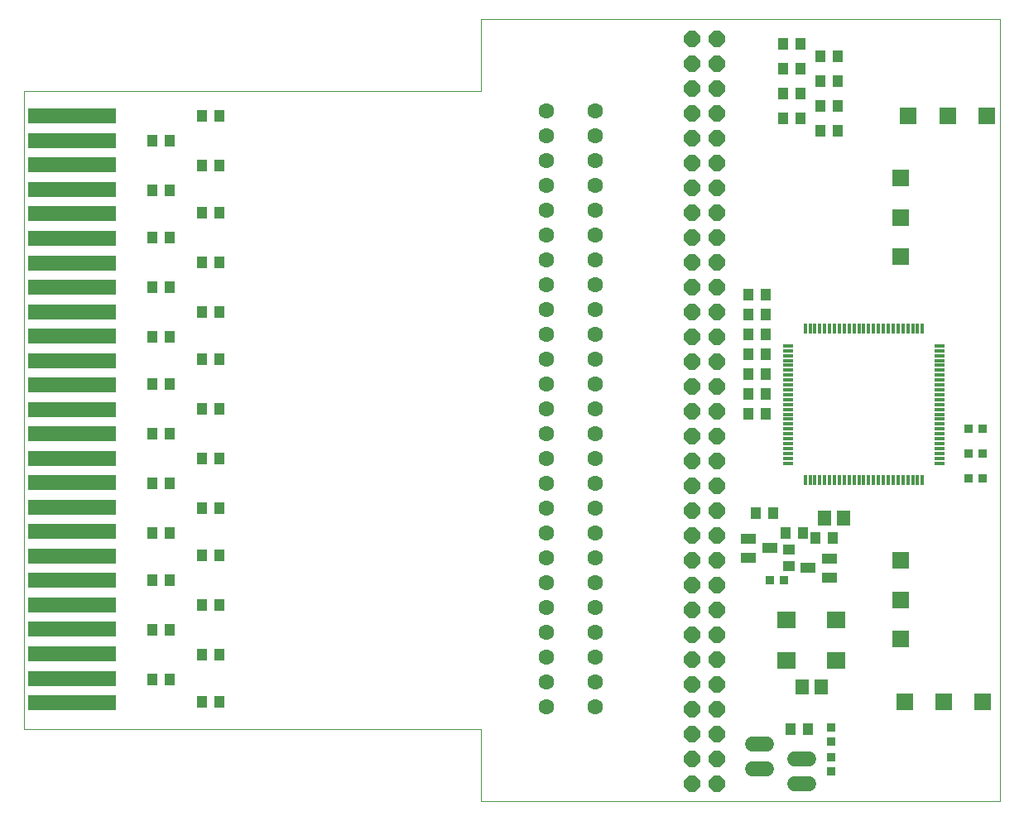
<source format=gts>
G75*
%MOIN*%
%OFA0B0*%
%FSLAX24Y24*%
%IPPOS*%
%LPD*%
%AMOC8*
5,1,8,0,0,1.08239X$1,22.5*
%
%ADD10C,0.0000*%
%ADD11C,0.0631*%
%ADD12R,0.3583X0.0631*%
%ADD13R,0.0434X0.0473*%
%ADD14OC8,0.0640*%
%ADD15C,0.0600*%
%ADD16R,0.0158X0.0434*%
%ADD17R,0.0434X0.0158*%
%ADD18R,0.0591X0.0434*%
%ADD19R,0.0709X0.0709*%
%ADD20R,0.0552X0.0631*%
%ADD21R,0.0749X0.0670*%
%ADD22R,0.0355X0.0355*%
%ADD23R,0.0473X0.0434*%
D10*
X000450Y003000D02*
X018850Y003000D01*
X018850Y000100D01*
X039720Y000100D01*
X039720Y031596D01*
X018850Y031596D01*
X018850Y028700D01*
X000450Y028700D01*
X000450Y003000D01*
D11*
X021481Y003924D03*
X021481Y004924D03*
X021481Y005924D03*
X021481Y006924D03*
X021481Y007924D03*
X021481Y008924D03*
X021481Y009924D03*
X021481Y010924D03*
X021481Y011924D03*
X021481Y012924D03*
X021481Y013924D03*
X021481Y014924D03*
X021481Y015924D03*
X021481Y016924D03*
X021481Y017924D03*
X021481Y018924D03*
X021481Y019924D03*
X021481Y020924D03*
X021481Y021924D03*
X021481Y022924D03*
X021481Y023924D03*
X021481Y024924D03*
X021481Y025924D03*
X021481Y026924D03*
X021481Y027924D03*
X023450Y027924D03*
X023450Y026924D03*
X023450Y025924D03*
X023450Y024924D03*
X023450Y023924D03*
X023450Y022924D03*
X023450Y021924D03*
X023450Y020924D03*
X023450Y019924D03*
X023450Y018924D03*
X023450Y017924D03*
X023450Y016924D03*
X023450Y015924D03*
X023450Y014924D03*
X023450Y013924D03*
X023450Y012924D03*
X023450Y011924D03*
X023450Y010924D03*
X023450Y009924D03*
X023450Y008924D03*
X023450Y007924D03*
X023450Y006924D03*
X023450Y005924D03*
X023450Y004924D03*
X023450Y003924D03*
D12*
X002372Y004078D03*
X002372Y005062D03*
X002372Y006046D03*
X002372Y007031D03*
X002372Y008015D03*
X002372Y008999D03*
X002372Y009983D03*
X002372Y010968D03*
X002372Y011952D03*
X002372Y012936D03*
X002372Y013920D03*
X002372Y014905D03*
X002372Y015889D03*
X002372Y016873D03*
X002372Y017857D03*
X002372Y018842D03*
X002372Y019826D03*
X002372Y020810D03*
X002372Y021794D03*
X002372Y022779D03*
X002372Y023763D03*
X002372Y024747D03*
X002372Y025731D03*
X002372Y026716D03*
X002372Y027700D03*
D13*
X005615Y026700D03*
X006285Y026700D03*
X007615Y025700D03*
X008285Y025700D03*
X006285Y024700D03*
X005615Y024700D03*
X007615Y023800D03*
X008285Y023800D03*
X006285Y022800D03*
X005615Y022800D03*
X007615Y021800D03*
X008285Y021800D03*
X006285Y020800D03*
X005615Y020800D03*
X007615Y019800D03*
X008285Y019800D03*
X006285Y018800D03*
X005615Y018800D03*
X007615Y017900D03*
X008285Y017900D03*
X006285Y016900D03*
X005615Y016900D03*
X007615Y015900D03*
X008285Y015900D03*
X006285Y014900D03*
X005615Y014900D03*
X007615Y013900D03*
X008285Y013900D03*
X006285Y012900D03*
X005615Y012900D03*
X007615Y011900D03*
X008285Y011900D03*
X006285Y010900D03*
X005615Y010900D03*
X007615Y010000D03*
X008285Y010000D03*
X006285Y009000D03*
X005615Y009000D03*
X007615Y008000D03*
X008285Y008000D03*
X006285Y007000D03*
X005615Y007000D03*
X007615Y006000D03*
X008285Y006000D03*
X006285Y005000D03*
X005615Y005000D03*
X007615Y004100D03*
X008285Y004100D03*
X029615Y015700D03*
X030285Y015700D03*
X030285Y016500D03*
X029615Y016500D03*
X029615Y017300D03*
X030285Y017300D03*
X030285Y018100D03*
X029615Y018100D03*
X029615Y018900D03*
X030285Y018900D03*
X030285Y019700D03*
X029615Y019700D03*
X029615Y020500D03*
X030285Y020500D03*
X032515Y027100D03*
X033185Y027100D03*
X033185Y028100D03*
X032515Y028100D03*
X031685Y028600D03*
X031015Y028600D03*
X031015Y027600D03*
X031685Y027600D03*
X032515Y029100D03*
X033185Y029100D03*
X033185Y030100D03*
X032515Y030100D03*
X031685Y030600D03*
X031015Y030600D03*
X031015Y029600D03*
X031685Y029600D03*
X030585Y011700D03*
X029915Y011700D03*
X031115Y010900D03*
X031785Y010900D03*
X032315Y010700D03*
X032985Y010700D03*
X031985Y003000D03*
X031315Y003000D03*
X008285Y027700D03*
X007615Y027700D03*
D14*
X027350Y027800D03*
X027350Y026800D03*
X027350Y025800D03*
X027350Y024800D03*
X027350Y023800D03*
X028350Y023800D03*
X028350Y024800D03*
X028350Y025800D03*
X028350Y026800D03*
X028350Y027800D03*
X028350Y028800D03*
X027350Y028800D03*
X027350Y029800D03*
X027350Y030800D03*
X028350Y030800D03*
X028350Y029800D03*
X028350Y022800D03*
X028350Y021800D03*
X028350Y020800D03*
X028350Y019800D03*
X028350Y018800D03*
X028350Y017800D03*
X028350Y016800D03*
X027350Y016800D03*
X027350Y017800D03*
X027350Y018800D03*
X027350Y019800D03*
X027350Y020800D03*
X027350Y021800D03*
X027350Y022800D03*
X027350Y015800D03*
X027350Y014800D03*
X027350Y013800D03*
X027350Y012800D03*
X027350Y011800D03*
X027350Y010800D03*
X028350Y010800D03*
X028350Y011800D03*
X028350Y012800D03*
X028350Y013800D03*
X028350Y014800D03*
X028350Y015800D03*
X028350Y009800D03*
X028350Y008800D03*
X028350Y007800D03*
X028350Y006800D03*
X028350Y005800D03*
X028350Y004800D03*
X027350Y004800D03*
X027350Y005800D03*
X027350Y006800D03*
X027350Y007800D03*
X027350Y008800D03*
X027350Y009800D03*
X027350Y003800D03*
X027350Y002800D03*
X027350Y001800D03*
X027350Y000800D03*
X028350Y000800D03*
X028350Y001800D03*
X028350Y002800D03*
X028350Y003800D03*
D15*
X029770Y002400D02*
X030330Y002400D01*
X030330Y001400D02*
X029770Y001400D01*
X031470Y001800D02*
X032030Y001800D01*
X032030Y000800D02*
X031470Y000800D01*
D16*
X031888Y013037D03*
X032085Y013037D03*
X032282Y013037D03*
X032479Y013037D03*
X032676Y013037D03*
X032872Y013037D03*
X033069Y013037D03*
X033266Y013037D03*
X033463Y013037D03*
X033660Y013037D03*
X033857Y013037D03*
X034054Y013037D03*
X034250Y013037D03*
X034447Y013037D03*
X034644Y013037D03*
X034841Y013037D03*
X035038Y013037D03*
X035235Y013037D03*
X035431Y013037D03*
X035628Y013037D03*
X035825Y013037D03*
X036022Y013037D03*
X036219Y013037D03*
X036416Y013037D03*
X036613Y013037D03*
X036613Y019140D03*
X036416Y019140D03*
X036219Y019140D03*
X036022Y019140D03*
X035825Y019140D03*
X035628Y019140D03*
X035431Y019140D03*
X035235Y019140D03*
X035038Y019140D03*
X034841Y019140D03*
X034644Y019140D03*
X034447Y019140D03*
X034250Y019140D03*
X034054Y019140D03*
X033857Y019140D03*
X033660Y019140D03*
X033463Y019140D03*
X033266Y019140D03*
X033069Y019140D03*
X032872Y019140D03*
X032676Y019140D03*
X032479Y019140D03*
X032282Y019140D03*
X032085Y019140D03*
X031888Y019140D03*
D17*
X031199Y018451D03*
X031199Y018254D03*
X031199Y018057D03*
X031199Y017860D03*
X031199Y017663D03*
X031199Y017466D03*
X031199Y017270D03*
X031199Y017073D03*
X031199Y016876D03*
X031199Y016679D03*
X031199Y016482D03*
X031199Y016285D03*
X031199Y016088D03*
X031199Y015892D03*
X031199Y015695D03*
X031199Y015498D03*
X031199Y015301D03*
X031199Y015104D03*
X031199Y014907D03*
X031199Y014711D03*
X031199Y014514D03*
X031199Y014317D03*
X031199Y014120D03*
X031199Y013923D03*
X031199Y013726D03*
X037302Y013726D03*
X037302Y013923D03*
X037302Y014120D03*
X037302Y014317D03*
X037302Y014514D03*
X037302Y014711D03*
X037302Y014907D03*
X037302Y015104D03*
X037302Y015301D03*
X037302Y015498D03*
X037302Y015695D03*
X037302Y015892D03*
X037302Y016088D03*
X037302Y016285D03*
X037302Y016482D03*
X037302Y016679D03*
X037302Y016876D03*
X037302Y017073D03*
X037302Y017270D03*
X037302Y017466D03*
X037302Y017663D03*
X037302Y017860D03*
X037302Y018057D03*
X037302Y018254D03*
X037302Y018451D03*
D18*
X029617Y010674D03*
X029617Y009926D03*
X030483Y010300D03*
X032017Y009500D03*
X032883Y009874D03*
X032883Y009126D03*
D19*
X035750Y009800D03*
X035750Y008225D03*
X035750Y006650D03*
X035900Y004100D03*
X037475Y004100D03*
X039050Y004100D03*
X035750Y022050D03*
X035750Y023625D03*
X035750Y025200D03*
X036050Y027700D03*
X037625Y027700D03*
X039200Y027700D03*
D20*
X033424Y011500D03*
X032676Y011500D03*
X032524Y004700D03*
X031776Y004700D03*
D21*
X031150Y005773D03*
X031150Y007427D03*
X033150Y007427D03*
X033150Y005773D03*
D22*
X032950Y003095D03*
X032950Y002505D03*
X032950Y001895D03*
X032950Y001305D03*
X031045Y009000D03*
X030455Y009000D03*
X038455Y013100D03*
X039045Y013100D03*
X039045Y014100D03*
X038455Y014100D03*
X038455Y015100D03*
X039045Y015100D03*
D23*
X031250Y010235D03*
X031250Y009565D03*
M02*

</source>
